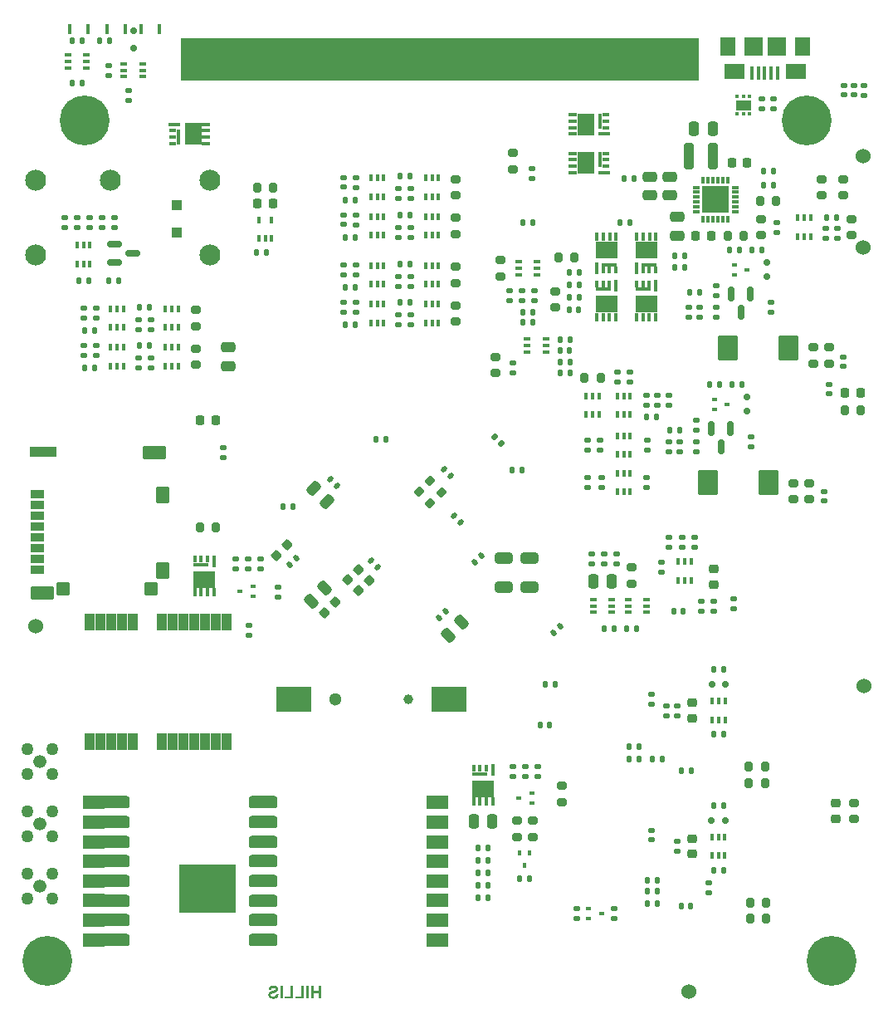
<source format=gbs>
G04 #@! TF.GenerationSoftware,KiCad,Pcbnew,7.0.1*
G04 #@! TF.CreationDate,2023-06-16T12:25:42-04:00*
G04 #@! TF.ProjectId,mainboard,6d61696e-626f-4617-9264-2e6b69636164,C*
G04 #@! TF.SameCoordinates,Original*
G04 #@! TF.FileFunction,Soldermask,Bot*
G04 #@! TF.FilePolarity,Negative*
%FSLAX46Y46*%
G04 Gerber Fmt 4.6, Leading zero omitted, Abs format (unit mm)*
G04 Created by KiCad (PCBNEW 7.0.1) date 2023-06-16 12:25:42*
%MOMM*%
%LPD*%
G01*
G04 APERTURE LIST*
G04 Aperture macros list*
%AMRoundRect*
0 Rectangle with rounded corners*
0 $1 Rounding radius*
0 $2 $3 $4 $5 $6 $7 $8 $9 X,Y pos of 4 corners*
0 Add a 4 corners polygon primitive as box body*
4,1,4,$2,$3,$4,$5,$6,$7,$8,$9,$2,$3,0*
0 Add four circle primitives for the rounded corners*
1,1,$1+$1,$2,$3*
1,1,$1+$1,$4,$5*
1,1,$1+$1,$6,$7*
1,1,$1+$1,$8,$9*
0 Add four rect primitives between the rounded corners*
20,1,$1+$1,$2,$3,$4,$5,0*
20,1,$1+$1,$4,$5,$6,$7,0*
20,1,$1+$1,$6,$7,$8,$9,0*
20,1,$1+$1,$8,$9,$2,$3,0*%
%AMFreePoly0*
4,1,12,0.105238,2.379067,0.194454,2.319454,0.254067,2.230238,0.275000,2.125000,0.275000,-1.400000,-0.275000,-1.400000,-0.275000,2.125000,-0.254067,2.230238,-0.194454,2.319454,-0.105238,2.379067,0.000000,2.400000,0.105238,2.379067,0.105238,2.379067,$1*%
G04 Aperture macros list end*
%ADD10C,0.177800*%
%ADD11C,0.100000*%
%ADD12C,2.133600*%
%ADD13FreePoly0,0.000000*%
%ADD14C,0.700000*%
%ADD15C,1.334000*%
%ADD16C,1.268000*%
%ADD17C,1.524000*%
%ADD18C,5.080000*%
%ADD19RoundRect,0.063500X0.406400X0.812800X-0.406400X0.812800X-0.406400X-0.812800X0.406400X-0.812800X0*%
%ADD20RoundRect,0.135000X0.185000X-0.135000X0.185000X0.135000X-0.185000X0.135000X-0.185000X-0.135000X0*%
%ADD21RoundRect,0.135000X0.135000X0.185000X-0.135000X0.185000X-0.135000X-0.185000X0.135000X-0.185000X0*%
%ADD22RoundRect,0.140000X-0.021213X0.219203X-0.219203X0.021213X0.021213X-0.219203X0.219203X-0.021213X0*%
%ADD23RoundRect,0.250000X-0.159099X0.512652X-0.512652X0.159099X0.159099X-0.512652X0.512652X-0.159099X0*%
%ADD24R,0.750000X0.340000*%
%ADD25R,0.400000X1.640000*%
%ADD26R,1.150000X0.340000*%
%ADD27R,0.850000X0.340000*%
%ADD28R,1.760000X2.290000*%
%ADD29RoundRect,0.135000X-0.135000X-0.185000X0.135000X-0.185000X0.135000X0.185000X-0.135000X0.185000X0*%
%ADD30RoundRect,0.225000X0.335876X0.017678X0.017678X0.335876X-0.335876X-0.017678X-0.017678X-0.335876X0*%
%ADD31RoundRect,0.225000X-0.017678X0.335876X-0.335876X0.017678X0.017678X-0.335876X0.335876X-0.017678X0*%
%ADD32RoundRect,0.200000X-0.335876X-0.053033X-0.053033X-0.335876X0.335876X0.053033X0.053033X0.335876X0*%
%ADD33R,0.800000X0.300000*%
%ADD34R,0.300000X0.800000*%
%ADD35R,2.800000X2.800000*%
%ADD36RoundRect,0.200000X0.200000X0.275000X-0.200000X0.275000X-0.200000X-0.275000X0.200000X-0.275000X0*%
%ADD37RoundRect,0.225000X0.225000X0.250000X-0.225000X0.250000X-0.225000X-0.250000X0.225000X-0.250000X0*%
%ADD38RoundRect,0.250000X-0.475000X0.250000X-0.475000X-0.250000X0.475000X-0.250000X0.475000X0.250000X0*%
%ADD39RoundRect,0.250000X-0.250000X-0.475000X0.250000X-0.475000X0.250000X0.475000X-0.250000X0.475000X0*%
%ADD40RoundRect,0.200000X0.275000X-0.200000X0.275000X0.200000X-0.275000X0.200000X-0.275000X-0.200000X0*%
%ADD41RoundRect,0.250000X0.475000X-0.250000X0.475000X0.250000X-0.475000X0.250000X-0.475000X-0.250000X0*%
%ADD42RoundRect,0.135000X-0.226274X-0.035355X-0.035355X-0.226274X0.226274X0.035355X0.035355X0.226274X0*%
%ADD43RoundRect,0.140000X0.140000X0.170000X-0.140000X0.170000X-0.140000X-0.170000X0.140000X-0.170000X0*%
%ADD44RoundRect,0.250000X0.250000X1.100000X-0.250000X1.100000X-0.250000X-1.100000X0.250000X-1.100000X0*%
%ADD45RoundRect,0.150000X-0.587500X-0.150000X0.587500X-0.150000X0.587500X0.150000X-0.587500X0.150000X0*%
%ADD46RoundRect,0.250000X0.159099X-0.512652X0.512652X-0.159099X-0.159099X0.512652X-0.512652X0.159099X0*%
%ADD47RoundRect,0.140000X-0.170000X0.140000X-0.170000X-0.140000X0.170000X-0.140000X0.170000X0.140000X0*%
%ADD48R,0.370000X1.000000*%
%ADD49RoundRect,0.135000X-0.185000X0.135000X-0.185000X-0.135000X0.185000X-0.135000X0.185000X0.135000X0*%
%ADD50RoundRect,0.140000X0.219203X0.021213X0.021213X0.219203X-0.219203X-0.021213X-0.021213X-0.219203X0*%
%ADD51RoundRect,0.140000X-0.219203X-0.021213X-0.021213X-0.219203X0.219203X0.021213X0.021213X0.219203X0*%
%ADD52RoundRect,0.140000X-0.140000X-0.170000X0.140000X-0.170000X0.140000X0.170000X-0.140000X0.170000X0*%
%ADD53RoundRect,0.140000X0.170000X-0.140000X0.170000X0.140000X-0.170000X0.140000X-0.170000X-0.140000X0*%
%ADD54RoundRect,0.200000X-0.200000X-0.275000X0.200000X-0.275000X0.200000X0.275000X-0.200000X0.275000X0*%
%ADD55RoundRect,0.250000X-0.650000X0.325000X-0.650000X-0.325000X0.650000X-0.325000X0.650000X0.325000X0*%
%ADD56RoundRect,0.250000X0.250000X0.475000X-0.250000X0.475000X-0.250000X-0.475000X0.250000X-0.475000X0*%
%ADD57R,0.650000X0.400000*%
%ADD58RoundRect,0.200000X-0.275000X0.200000X-0.275000X-0.200000X0.275000X-0.200000X0.275000X0.200000X0*%
%ADD59RoundRect,0.225000X0.250000X-0.225000X0.250000X0.225000X-0.250000X0.225000X-0.250000X-0.225000X0*%
%ADD60RoundRect,0.140000X0.021213X-0.219203X0.219203X-0.021213X-0.021213X0.219203X-0.219203X0.021213X0*%
%ADD61R,0.400000X0.650000*%
%ADD62C,1.300000*%
%ADD63C,1.000000*%
%ADD64R,3.600000X2.600000*%
%ADD65RoundRect,0.063500X-0.620000X0.400000X-0.620000X-0.400000X0.620000X-0.400000X0.620000X0.400000X0*%
%ADD66RoundRect,0.063500X-0.600000X0.580000X-0.600000X-0.580000X0.600000X-0.580000X0.600000X0.580000X0*%
%ADD67RoundRect,0.063500X-1.250000X0.475000X-1.250000X-0.475000X1.250000X-0.475000X1.250000X0.475000X0*%
%ADD68RoundRect,0.063500X-1.100000X0.575000X-1.100000X-0.575000X1.100000X-0.575000X1.100000X0.575000X0*%
%ADD69RoundRect,0.063500X-0.575000X0.750000X-0.575000X-0.750000X0.575000X-0.750000X0.575000X0.750000X0*%
%ADD70RoundRect,0.063500X-0.625000X0.580000X-0.625000X-0.580000X0.625000X-0.580000X0.625000X0.580000X0*%
%ADD71RoundRect,0.150000X-0.150000X-0.200000X0.150000X-0.200000X0.150000X0.200000X-0.150000X0.200000X0*%
%ADD72R,0.340000X0.750000*%
%ADD73R,1.640000X0.400000*%
%ADD74R,0.340000X1.150000*%
%ADD75R,0.340000X0.850000*%
%ADD76R,2.290000X1.760000*%
%ADD77RoundRect,0.147500X-0.172500X0.147500X-0.172500X-0.147500X0.172500X-0.147500X0.172500X0.147500X0*%
%ADD78RoundRect,0.317500X1.157500X0.317500X-1.157500X0.317500X-1.157500X-0.317500X1.157500X-0.317500X0*%
%ADD79RoundRect,0.250000X-0.300000X0.300000X-0.300000X-0.300000X0.300000X-0.300000X0.300000X0.300000X0*%
%ADD80R,0.510000X0.400000*%
%ADD81RoundRect,0.101500X0.101500X0.571500X-0.101500X0.571500X-0.101500X-0.571500X0.101500X-0.571500X0*%
%ADD82R,0.406000X1.346000*%
%ADD83R,1.500000X1.905000*%
%ADD84R,2.108000X1.600000*%
%ADD85R,1.905000X1.905000*%
%ADD86RoundRect,0.063500X1.000000X0.650000X-1.000000X0.650000X-1.000000X-0.650000X1.000000X-0.650000X0*%
%ADD87RoundRect,0.063500X2.849999X2.400000X-2.849999X2.400000X-2.849999X-2.400000X2.849999X-2.400000X0*%
%ADD88RoundRect,0.150000X-0.150000X0.587500X-0.150000X-0.587500X0.150000X-0.587500X0.150000X0.587500X0*%
%ADD89RoundRect,0.225000X-0.225000X-0.250000X0.225000X-0.250000X0.225000X0.250000X-0.225000X0.250000X0*%
%ADD90RoundRect,0.250000X-0.787500X-1.025000X0.787500X-1.025000X0.787500X1.025000X-0.787500X1.025000X0*%
%ADD91RoundRect,0.093750X0.106250X-0.093750X0.106250X0.093750X-0.106250X0.093750X-0.106250X-0.093750X0*%
%ADD92R,1.600000X1.000000*%
%ADD93RoundRect,0.250000X-0.512652X-0.159099X-0.159099X-0.512652X0.512652X0.159099X0.159099X0.512652X0*%
%ADD94R,0.400000X0.510000*%
%ADD95RoundRect,0.150000X-0.200000X0.150000X-0.200000X-0.150000X0.200000X-0.150000X0.200000X0.150000X0*%
G04 APERTURE END LIST*
D10*
G36*
X83835508Y-151149050D02*
G01*
X83835508Y-149858666D01*
X83577431Y-149858666D01*
X83577431Y-150374819D01*
X83071204Y-150374819D01*
X83071204Y-149858666D01*
X82813127Y-149858666D01*
X82813127Y-151149050D01*
X83071204Y-151149050D01*
X83071204Y-150593192D01*
X83577431Y-150593192D01*
X83577431Y-151149050D01*
X83835508Y-151149050D01*
G37*
G36*
X82561254Y-151149050D02*
G01*
X82561254Y-149858666D01*
X82303177Y-149858666D01*
X82303177Y-151149050D01*
X82561254Y-151149050D01*
G37*
G36*
X82052545Y-151149050D02*
G01*
X82052545Y-149858666D01*
X81794468Y-149858666D01*
X81794468Y-150930677D01*
X81152378Y-150930677D01*
X81152378Y-151149050D01*
X82052545Y-151149050D01*
G37*
G36*
X80966886Y-151149050D02*
G01*
X80966886Y-149858666D01*
X80708809Y-149858666D01*
X80708809Y-150930677D01*
X80066719Y-150930677D01*
X80066719Y-151149050D01*
X80966886Y-151149050D01*
G37*
G36*
X79896115Y-151149050D02*
G01*
X79896115Y-149858666D01*
X79638038Y-149858666D01*
X79638038Y-151149050D01*
X79896115Y-151149050D01*
G37*
G36*
X79459990Y-150732156D02*
G01*
X79208738Y-150712304D01*
X79205725Y-150727404D01*
X79202350Y-150741995D01*
X79198610Y-150756077D01*
X79194508Y-150769650D01*
X79190041Y-150782715D01*
X79185212Y-150795270D01*
X79180018Y-150807316D01*
X79174462Y-150818854D01*
X79168542Y-150829883D01*
X79158980Y-150845471D01*
X79148600Y-150859915D01*
X79137402Y-150873214D01*
X79125387Y-150885368D01*
X79116922Y-150892834D01*
X79103469Y-150903145D01*
X79089165Y-150912441D01*
X79074010Y-150920724D01*
X79058005Y-150927992D01*
X79041150Y-150934246D01*
X79023444Y-150939486D01*
X79011167Y-150942416D01*
X78998512Y-150944895D01*
X78985479Y-150946923D01*
X78972069Y-150948501D01*
X78958280Y-150949627D01*
X78944113Y-150950304D01*
X78929568Y-150950529D01*
X78914221Y-150950327D01*
X78899354Y-150949720D01*
X78884966Y-150948708D01*
X78871059Y-150947291D01*
X78857631Y-150945470D01*
X78844683Y-150943244D01*
X78832215Y-150940614D01*
X78814412Y-150935909D01*
X78797689Y-150930294D01*
X78782046Y-150923768D01*
X78767482Y-150916332D01*
X78753998Y-150907985D01*
X78741594Y-150898727D01*
X78730285Y-150888804D01*
X78720089Y-150878575D01*
X78711005Y-150868041D01*
X78703034Y-150857201D01*
X78696174Y-150846056D01*
X78690427Y-150834606D01*
X78685793Y-150822850D01*
X78682270Y-150810789D01*
X78679860Y-150798423D01*
X78678563Y-150785751D01*
X78678315Y-150777134D01*
X78678967Y-150763501D01*
X78680920Y-150750519D01*
X78684177Y-150738189D01*
X78688736Y-150726510D01*
X78694597Y-150715482D01*
X78701761Y-150705106D01*
X78704992Y-150701137D01*
X78714290Y-150691544D01*
X78725511Y-150682344D01*
X78735874Y-150675268D01*
X78747467Y-150668444D01*
X78760291Y-150661872D01*
X78774347Y-150655552D01*
X78789633Y-150649484D01*
X78797738Y-150646544D01*
X78810945Y-150642114D01*
X78823223Y-150638270D01*
X78837535Y-150633979D01*
X78853881Y-150629241D01*
X78865908Y-150625834D01*
X78878839Y-150622228D01*
X78892674Y-150618423D01*
X78907413Y-150614420D01*
X78923056Y-150610218D01*
X78939602Y-150605817D01*
X78957053Y-150601217D01*
X78975407Y-150596419D01*
X78994665Y-150591422D01*
X79004634Y-150588849D01*
X79017482Y-150585512D01*
X79030090Y-150582129D01*
X79042455Y-150578702D01*
X79054579Y-150575230D01*
X79078101Y-150568151D01*
X79100656Y-150560893D01*
X79122245Y-150553456D01*
X79142866Y-150545840D01*
X79162521Y-150538044D01*
X79181208Y-150530069D01*
X79198929Y-150521914D01*
X79215683Y-150513580D01*
X79231470Y-150505067D01*
X79246290Y-150496374D01*
X79260143Y-150487502D01*
X79273029Y-150478451D01*
X79284948Y-150469221D01*
X79295901Y-150459811D01*
X79310174Y-150446290D01*
X79323527Y-150432403D01*
X79335958Y-150418150D01*
X79347469Y-150403531D01*
X79358059Y-150388546D01*
X79367729Y-150373196D01*
X79376477Y-150357479D01*
X79384304Y-150341396D01*
X79391211Y-150324948D01*
X79397196Y-150308134D01*
X79402261Y-150290953D01*
X79406405Y-150273407D01*
X79409628Y-150255495D01*
X79411930Y-150237217D01*
X79413312Y-150218573D01*
X79413772Y-150199563D01*
X79413287Y-150181180D01*
X79411831Y-150163020D01*
X79409405Y-150145084D01*
X79406008Y-150127371D01*
X79401640Y-150109882D01*
X79396302Y-150092617D01*
X79389994Y-150075575D01*
X79382715Y-150058757D01*
X79374465Y-150042162D01*
X79368426Y-150031223D01*
X79361956Y-150020383D01*
X79358559Y-150015001D01*
X79351428Y-150004383D01*
X79343917Y-149994087D01*
X79336025Y-149984114D01*
X79327753Y-149974463D01*
X79319100Y-149965134D01*
X79310067Y-149956128D01*
X79300654Y-149947444D01*
X79290860Y-149939082D01*
X79280686Y-149931043D01*
X79270131Y-149923325D01*
X79259195Y-149915931D01*
X79247879Y-149908858D01*
X79236183Y-149902108D01*
X79224106Y-149895680D01*
X79211649Y-149889574D01*
X79198812Y-149883791D01*
X79185578Y-149878344D01*
X79172009Y-149873249D01*
X79158107Y-149868506D01*
X79143869Y-149864113D01*
X79129298Y-149860072D01*
X79114392Y-149856383D01*
X79099151Y-149853045D01*
X79083577Y-149850058D01*
X79067667Y-149847423D01*
X79051424Y-149845139D01*
X79034845Y-149843206D01*
X79017933Y-149841625D01*
X79000686Y-149840395D01*
X78983105Y-149839516D01*
X78965189Y-149838989D01*
X78946939Y-149838814D01*
X78932011Y-149838919D01*
X78917316Y-149839237D01*
X78902853Y-149839765D01*
X78888623Y-149840505D01*
X78874626Y-149841457D01*
X78860861Y-149842619D01*
X78847329Y-149843994D01*
X78834030Y-149845580D01*
X78820963Y-149847377D01*
X78808129Y-149849385D01*
X78795528Y-149851606D01*
X78783159Y-149854037D01*
X78771023Y-149856680D01*
X78747449Y-149862600D01*
X78724805Y-149869366D01*
X78703092Y-149876978D01*
X78682309Y-149885435D01*
X78662457Y-149894739D01*
X78643536Y-149904888D01*
X78625545Y-149915882D01*
X78608484Y-149927723D01*
X78592354Y-149940409D01*
X78584638Y-149947069D01*
X78569852Y-149960884D01*
X78555970Y-149975263D01*
X78542992Y-149990206D01*
X78530918Y-150005714D01*
X78519747Y-150021787D01*
X78509481Y-150038425D01*
X78500118Y-150055627D01*
X78491660Y-150073394D01*
X78484105Y-150091725D01*
X78477454Y-150110621D01*
X78471707Y-150130082D01*
X78466864Y-150150107D01*
X78462925Y-150170697D01*
X78459889Y-150191852D01*
X78457758Y-150213571D01*
X78456531Y-150235855D01*
X78714918Y-150235855D01*
X78718335Y-150218471D01*
X78722424Y-150202031D01*
X78727183Y-150186534D01*
X78732613Y-150171980D01*
X78738713Y-150158370D01*
X78745485Y-150145703D01*
X78752926Y-150133979D01*
X78761039Y-150123198D01*
X78769822Y-150113361D01*
X78779276Y-150104467D01*
X78785951Y-150099062D01*
X78796667Y-150091578D01*
X78808342Y-150084831D01*
X78820978Y-150078819D01*
X78834573Y-150073544D01*
X78849127Y-150069005D01*
X78864642Y-150065201D01*
X78881116Y-150062134D01*
X78898549Y-150059803D01*
X78916942Y-150058209D01*
X78929738Y-150057554D01*
X78942959Y-150057227D01*
X78949730Y-150057186D01*
X78963577Y-150057363D01*
X78977046Y-150057894D01*
X78990137Y-150058778D01*
X79002850Y-150060017D01*
X79015185Y-150061609D01*
X79032978Y-150064660D01*
X79049921Y-150068508D01*
X79066013Y-150073152D01*
X79081255Y-150078592D01*
X79095646Y-150084828D01*
X79109186Y-150091860D01*
X79121876Y-150099688D01*
X79125917Y-150102474D01*
X79137713Y-150112070D01*
X79147509Y-150122636D01*
X79155306Y-150134171D01*
X79161104Y-150146676D01*
X79164903Y-150160149D01*
X79166702Y-150174593D01*
X79166862Y-150180641D01*
X79165923Y-150194192D01*
X79163106Y-150207122D01*
X79158411Y-150219431D01*
X79151837Y-150231120D01*
X79143386Y-150242187D01*
X79133056Y-150252633D01*
X79128399Y-150256637D01*
X79118038Y-150264250D01*
X79105218Y-150271966D01*
X79089939Y-150279786D01*
X79078387Y-150285057D01*
X79065742Y-150290374D01*
X79052004Y-150295737D01*
X79037173Y-150301146D01*
X79021250Y-150306600D01*
X79004233Y-150312101D01*
X78986123Y-150317649D01*
X78966921Y-150323242D01*
X78946625Y-150328881D01*
X78925237Y-150334566D01*
X78902755Y-150340297D01*
X78891105Y-150343180D01*
X78867914Y-150348926D01*
X78845492Y-150354686D01*
X78823839Y-150360461D01*
X78802953Y-150366250D01*
X78782836Y-150372054D01*
X78763486Y-150377873D01*
X78744905Y-150383706D01*
X78727093Y-150389553D01*
X78710048Y-150395415D01*
X78693771Y-150401292D01*
X78678263Y-150407183D01*
X78663523Y-150413089D01*
X78649551Y-150419009D01*
X78636348Y-150424944D01*
X78623912Y-150430893D01*
X78612245Y-150436857D01*
X78601116Y-150442965D01*
X78590295Y-150449347D01*
X78579781Y-150456003D01*
X78564587Y-150466500D01*
X78550086Y-150477613D01*
X78536278Y-150489342D01*
X78523162Y-150501687D01*
X78510738Y-150514649D01*
X78499007Y-150528227D01*
X78487968Y-150542421D01*
X78477622Y-150557231D01*
X78471110Y-150567446D01*
X78461963Y-150583316D01*
X78453716Y-150599867D01*
X78448718Y-150611280D01*
X78444119Y-150622995D01*
X78439921Y-150635014D01*
X78436122Y-150647335D01*
X78432724Y-150659960D01*
X78429725Y-150672887D01*
X78427126Y-150686118D01*
X78424927Y-150699651D01*
X78423127Y-150713487D01*
X78421728Y-150727626D01*
X78420728Y-150742068D01*
X78420128Y-150756813D01*
X78419928Y-150771860D01*
X78420167Y-150785609D01*
X78420883Y-150799249D01*
X78422077Y-150812780D01*
X78423748Y-150826202D01*
X78425896Y-150839514D01*
X78428522Y-150852718D01*
X78431625Y-150865812D01*
X78435205Y-150878798D01*
X78439263Y-150891674D01*
X78443798Y-150904442D01*
X78448811Y-150917100D01*
X78454301Y-150929649D01*
X78460269Y-150942090D01*
X78466714Y-150954421D01*
X78473636Y-150966643D01*
X78481036Y-150978756D01*
X78488871Y-150990621D01*
X78497102Y-151002098D01*
X78505728Y-151013187D01*
X78514749Y-151023888D01*
X78524165Y-151034202D01*
X78533976Y-151044128D01*
X78544182Y-151053667D01*
X78554783Y-151062817D01*
X78565779Y-151071580D01*
X78577170Y-151079955D01*
X78588956Y-151087942D01*
X78601137Y-151095542D01*
X78613713Y-151102754D01*
X78626684Y-151109578D01*
X78640050Y-151116014D01*
X78653811Y-151122063D01*
X78667983Y-151127735D01*
X78682585Y-151133041D01*
X78697616Y-151137981D01*
X78713076Y-151142555D01*
X78728965Y-151146763D01*
X78745282Y-151150605D01*
X78762029Y-151154082D01*
X78779204Y-151157192D01*
X78796809Y-151159936D01*
X78814842Y-151162315D01*
X78833304Y-151164327D01*
X78852195Y-151165974D01*
X78871516Y-151167255D01*
X78891265Y-151168170D01*
X78911443Y-151168719D01*
X78932050Y-151168902D01*
X78947100Y-151168793D01*
X78961931Y-151168467D01*
X78976541Y-151167923D01*
X78990932Y-151167162D01*
X79005103Y-151166183D01*
X79019054Y-151164987D01*
X79032785Y-151163573D01*
X79046296Y-151161942D01*
X79059587Y-151160093D01*
X79072658Y-151158027D01*
X79085509Y-151155743D01*
X79098141Y-151153242D01*
X79110552Y-151150523D01*
X79122744Y-151147587D01*
X79146467Y-151141062D01*
X79169311Y-151133667D01*
X79191275Y-151125402D01*
X79212359Y-151116268D01*
X79232564Y-151106263D01*
X79251889Y-151095388D01*
X79270334Y-151083643D01*
X79287900Y-151071029D01*
X79304586Y-151057544D01*
X79320424Y-151043187D01*
X79335445Y-151028032D01*
X79349649Y-151012081D01*
X79363037Y-150995332D01*
X79375608Y-150977786D01*
X79387362Y-150959442D01*
X79398300Y-150940301D01*
X79408421Y-150920363D01*
X79417726Y-150899628D01*
X79426214Y-150878095D01*
X79433885Y-150855765D01*
X79440739Y-150832638D01*
X79446777Y-150808713D01*
X79449490Y-150796452D01*
X79451998Y-150783992D01*
X79454302Y-150771332D01*
X79456402Y-150758473D01*
X79458298Y-150745414D01*
X79459990Y-150732156D01*
G37*
D11*
X122283811Y-57437160D02*
X69483811Y-57437160D01*
X69483811Y-53237160D01*
X122283811Y-53237160D01*
X122283811Y-57437160D01*
G36*
X122283811Y-57437160D02*
G01*
X69483811Y-57437160D01*
X69483811Y-53237160D01*
X122283811Y-53237160D01*
X122283811Y-57437160D01*
G37*
D12*
X72478900Y-67691000D03*
X72478900Y-75311000D03*
X62318900Y-67691000D03*
X54698900Y-75311000D03*
X54698900Y-67691000D03*
D13*
X70683811Y-55837160D03*
X71483811Y-55837160D03*
X72283811Y-55837160D03*
X73083811Y-55837160D03*
X73883811Y-55837160D03*
X74683811Y-55837160D03*
X75483811Y-55837160D03*
X76283811Y-55837160D03*
X77083811Y-55837160D03*
X77883811Y-55837160D03*
X78683811Y-55837160D03*
X79483811Y-55837160D03*
X80283811Y-55837160D03*
X81083811Y-55837160D03*
X81883811Y-55837160D03*
X82683811Y-55837160D03*
X83483811Y-55837160D03*
X84283811Y-55837160D03*
X85083811Y-55837160D03*
X85883811Y-55837160D03*
X86683811Y-55837160D03*
X87483811Y-55837160D03*
X88283811Y-55837160D03*
X89083811Y-55837160D03*
X89883811Y-55837160D03*
X90683811Y-55837160D03*
X91483811Y-55837160D03*
X92283811Y-55837160D03*
X93083811Y-55837160D03*
X93883811Y-55837160D03*
X94683811Y-55837160D03*
X95483811Y-55837160D03*
X99483811Y-55837160D03*
X100283811Y-55837160D03*
X101083811Y-55837160D03*
X101883811Y-55837160D03*
X102683811Y-55837160D03*
X103483811Y-55837160D03*
X104283811Y-55837160D03*
X105083811Y-55837160D03*
X105883811Y-55837160D03*
X106683811Y-55837160D03*
X107483811Y-55837160D03*
X108283811Y-55837160D03*
X109083811Y-55837160D03*
X109883811Y-55837160D03*
X110683811Y-55837160D03*
X111483811Y-55837160D03*
X112283811Y-55837160D03*
X113083811Y-55837160D03*
X113883811Y-55837160D03*
X114683811Y-55837160D03*
X115483811Y-55837160D03*
X116283811Y-55837160D03*
X117083811Y-55837160D03*
X117883811Y-55837160D03*
X118683811Y-55837160D03*
X119483811Y-55837160D03*
X120283811Y-55837160D03*
X121083811Y-55837160D03*
D14*
X64643000Y-52474172D03*
X64643000Y-54274172D03*
D15*
X55118000Y-139700000D03*
D16*
X53848000Y-140970000D03*
X56388000Y-140970000D03*
X53848000Y-138430000D03*
X56388000Y-138430000D03*
D17*
X139192000Y-119253000D03*
X139065000Y-65278000D03*
D18*
X135890000Y-147320000D03*
D17*
X121285000Y-150456900D03*
D15*
X55118000Y-133350000D03*
D16*
X53848000Y-134620000D03*
X56388000Y-134620000D03*
X53848000Y-132080000D03*
X56388000Y-132080000D03*
D17*
X54648100Y-113157000D03*
D18*
X133350000Y-61595000D03*
D17*
X139065000Y-74549000D03*
D18*
X59690000Y-61595000D03*
D15*
X55118000Y-127000000D03*
D16*
X53848000Y-128270000D03*
X56388000Y-128270000D03*
X53848000Y-125730000D03*
X56388000Y-125730000D03*
D18*
X55880000Y-147320000D03*
D19*
X74168000Y-124976000D03*
X73068000Y-124976000D03*
X71968000Y-124976000D03*
X70868000Y-124976000D03*
X69768000Y-124976000D03*
X68668000Y-124976000D03*
X67568000Y-124976000D03*
X64568000Y-124976000D03*
X63468000Y-124976000D03*
X62368000Y-124976000D03*
X61268000Y-124976000D03*
X60168000Y-124976000D03*
X60168000Y-112776000D03*
X61268000Y-112776000D03*
X62368000Y-112776000D03*
X63468000Y-112776000D03*
X64568000Y-112776000D03*
X67568000Y-112776000D03*
X68668000Y-112776000D03*
X69768000Y-112776000D03*
X70868000Y-112776000D03*
X71968000Y-112776000D03*
X73068000Y-112776000D03*
X74168000Y-112776000D03*
D20*
X61468000Y-72519000D03*
X61468000Y-71499000D03*
D21*
X63121000Y-77978000D03*
X62101000Y-77978000D03*
D22*
X100161411Y-105959589D03*
X99482589Y-106638411D03*
D23*
X98080751Y-112739249D03*
X96737249Y-114082751D03*
D24*
X68644000Y-63967000D03*
X68644000Y-63317000D03*
D25*
X69219000Y-63317000D03*
D24*
X68644000Y-62667000D03*
D26*
X68844000Y-62017000D03*
D27*
X72044000Y-63967000D03*
X72044000Y-63327000D03*
D28*
X70739000Y-62992000D03*
D27*
X72044000Y-62667000D03*
X72044000Y-62017000D03*
D20*
X57658000Y-72519000D03*
X57658000Y-71499000D03*
X58928000Y-72519000D03*
X58928000Y-71499000D03*
D29*
X79881000Y-100965000D03*
X80901000Y-100965000D03*
D30*
X87608378Y-109575638D03*
X86512362Y-108479622D03*
D22*
X96478411Y-111674589D03*
X95799589Y-112353411D03*
D31*
X85257008Y-110703992D03*
X84160992Y-111800008D03*
D32*
X94920637Y-98349637D03*
X96087363Y-99516363D03*
D33*
X126038498Y-68443105D03*
X126038498Y-68943105D03*
X126038498Y-69443105D03*
X126038498Y-69943105D03*
X126038498Y-70443105D03*
X126038498Y-70943105D03*
D34*
X125288498Y-71693105D03*
X124788498Y-71693105D03*
X124288498Y-71693105D03*
X123788498Y-71693105D03*
X123288498Y-71693105D03*
X122788498Y-71693105D03*
D33*
X122038498Y-70943105D03*
X122038498Y-70443105D03*
X122038498Y-69943105D03*
X122038498Y-69443105D03*
X122038498Y-68943105D03*
X122038498Y-68443105D03*
D34*
X122788498Y-67693105D03*
X123288498Y-67693105D03*
X123788498Y-67693105D03*
X124288498Y-67693105D03*
X124788498Y-67693105D03*
X125288498Y-67693105D03*
D35*
X124038498Y-69693105D03*
D36*
X126936000Y-73406000D03*
X125286000Y-73406000D03*
D37*
X123584000Y-73406000D03*
X122034000Y-73406000D03*
D38*
X119380000Y-67376000D03*
X119380000Y-69276000D03*
D39*
X121836002Y-62447895D03*
X123736002Y-62447895D03*
D40*
X128684000Y-73342000D03*
X128684000Y-71692000D03*
D37*
X127267000Y-65972000D03*
X125717000Y-65972000D03*
D36*
X130238000Y-69850000D03*
X128588000Y-69850000D03*
D41*
X120109000Y-73385000D03*
X120109000Y-71485000D03*
D42*
X101493376Y-93873376D03*
X102214624Y-94594624D03*
D43*
X104280000Y-97282000D03*
X103320000Y-97282000D03*
D30*
X88686008Y-108498008D03*
X87589992Y-107401992D03*
D20*
X130302000Y-73027000D03*
X130302000Y-72007000D03*
D38*
X117348000Y-67376000D03*
X117348000Y-69276000D03*
D44*
X123755000Y-65278000D03*
X121355000Y-65278000D03*
D32*
X93777637Y-99492637D03*
X94944363Y-100659363D03*
D45*
X62689500Y-76134000D03*
X62689500Y-74234000D03*
X64564500Y-75184000D03*
D20*
X62738000Y-72519000D03*
X62738000Y-71499000D03*
D29*
X59053000Y-77978000D03*
X60073000Y-77978000D03*
D46*
X82767249Y-110653751D03*
X84110751Y-109310249D03*
D20*
X79375000Y-110238000D03*
X79375000Y-109218000D03*
X60198000Y-72519000D03*
X60198000Y-71499000D03*
D47*
X137160000Y-58067000D03*
X137160000Y-59027000D03*
X138176000Y-58067000D03*
X138176000Y-59027000D03*
D48*
X59985000Y-52324000D03*
X58125000Y-52324000D03*
X63795000Y-52324000D03*
X61935000Y-52324000D03*
X67274800Y-52324000D03*
X65414800Y-52324000D03*
D49*
X139192000Y-58037000D03*
X139192000Y-59057000D03*
D21*
X59438000Y-53467000D03*
X58418000Y-53467000D03*
X62232000Y-53467000D03*
X61212000Y-53467000D03*
D20*
X64135000Y-59565000D03*
X64135000Y-58545000D03*
D50*
X98002411Y-102574411D03*
X97323589Y-101895589D03*
D51*
X96307589Y-97196589D03*
X96986411Y-97875411D03*
D52*
X89436000Y-94107000D03*
X90396000Y-94107000D03*
D51*
X84750589Y-98212589D03*
X85429411Y-98891411D03*
D22*
X81238411Y-106213589D03*
X80559589Y-106892411D03*
D50*
X89555043Y-107211779D03*
X88876221Y-106532957D03*
D49*
X87376001Y-80179000D03*
X87376001Y-81199000D03*
D53*
X59563000Y-85570002D03*
X59563000Y-84610002D03*
D29*
X117600000Y-126746000D03*
X118620000Y-126746000D03*
D52*
X120551000Y-141728000D03*
X121511000Y-141728000D03*
D40*
X133604000Y-100266000D03*
X133604000Y-98616000D03*
D54*
X127445000Y-129159000D03*
X129095000Y-129159000D03*
D55*
X102429000Y-106221000D03*
X102429000Y-109171000D03*
D56*
X101280000Y-133096000D03*
X99380000Y-133096000D03*
D57*
X105852000Y-76058000D03*
X105852000Y-76708000D03*
X105852000Y-77358000D03*
X103952000Y-77358000D03*
X103952000Y-76708000D03*
X103952000Y-76058000D03*
D53*
X86106000Y-72235000D03*
X86106000Y-71275000D03*
D20*
X105918000Y-128526000D03*
X105918000Y-127506000D03*
D49*
X116967000Y-98042000D03*
X116967000Y-99062000D03*
X87376000Y-67435000D03*
X87376000Y-68455000D03*
D52*
X104422000Y-72009000D03*
X105382000Y-72009000D03*
D20*
X110998000Y-99062000D03*
X110998000Y-98042000D03*
D37*
X73038000Y-92202000D03*
X71488000Y-92202000D03*
D20*
X124079000Y-79504000D03*
X124079000Y-78484000D03*
D49*
X105281000Y-66544000D03*
X105281000Y-67564000D03*
D20*
X66421001Y-82933001D03*
X66421001Y-81913001D03*
D58*
X107696000Y-79058000D03*
X107696000Y-80708000D03*
D49*
X120650000Y-104138000D03*
X120650000Y-105158000D03*
D47*
X117499602Y-120170000D03*
X117499602Y-121130000D03*
D59*
X123890000Y-108920000D03*
X123890000Y-107370000D03*
D60*
X107483589Y-113839411D03*
X108162411Y-113160589D03*
D61*
X95773000Y-69403001D03*
X95123000Y-69403001D03*
X94473000Y-69403001D03*
X94473000Y-67503001D03*
X95123000Y-67503001D03*
X95773000Y-67503001D03*
D21*
X122430000Y-79121000D03*
X121410000Y-79121000D03*
D58*
X103759000Y-133033000D03*
X103759000Y-134683000D03*
D62*
X85226000Y-120650000D03*
D63*
X92716000Y-120650000D03*
D64*
X81026000Y-120650000D03*
X96816000Y-120650000D03*
D29*
X114943000Y-113411000D03*
X115963000Y-113411000D03*
D65*
X54859000Y-99716000D03*
X54859000Y-100816000D03*
X54859000Y-101916000D03*
X54859000Y-103016000D03*
X54859000Y-104116000D03*
X54859000Y-105216000D03*
X54859000Y-106316000D03*
X54859000Y-107416000D03*
D66*
X66489000Y-109356000D03*
D67*
X55489000Y-95371000D03*
D68*
X55339000Y-109761000D03*
X66819000Y-95471000D03*
D69*
X67614000Y-99776000D03*
X67614000Y-107556000D03*
D70*
X57489000Y-109356000D03*
D71*
X125033000Y-132965000D03*
X123633000Y-132965000D03*
D20*
X111389000Y-106809000D03*
X111389000Y-105789000D03*
D29*
X123823000Y-138045000D03*
X124843000Y-138045000D03*
D72*
X115992000Y-78274000D03*
X116642000Y-78274000D03*
D73*
X116642000Y-78849000D03*
D72*
X117292000Y-78274000D03*
D74*
X117942000Y-78474000D03*
D75*
X115992000Y-81674000D03*
X116632000Y-81674000D03*
D76*
X116967000Y-80369000D03*
D75*
X117292000Y-81674000D03*
X117942000Y-81674000D03*
D36*
X129222000Y-141351000D03*
X127572000Y-141351000D03*
D77*
X128778000Y-59459000D03*
X128778000Y-60429000D03*
D29*
X115187000Y-125475999D03*
X116207000Y-125475999D03*
D49*
X121920000Y-104138000D03*
X121920000Y-105158000D03*
D78*
X77883000Y-131176000D03*
X77883000Y-133176000D03*
X77883000Y-135176000D03*
X77883000Y-137176000D03*
X77883000Y-139176000D03*
X77883000Y-141176000D03*
X77883000Y-143176000D03*
X77883000Y-145176000D03*
X62833000Y-145176000D03*
X62833000Y-143176000D03*
X62833000Y-141176000D03*
X62833000Y-139176000D03*
X62833000Y-137176000D03*
X62833000Y-135176000D03*
X62833000Y-133176000D03*
X62833000Y-131176000D03*
D29*
X86231001Y-82467000D03*
X87251001Y-82467000D03*
D49*
X76327000Y-106297000D03*
X76327000Y-107317000D03*
X60833000Y-84580002D03*
X60833000Y-85600002D03*
D24*
X112876000Y-64997000D03*
X112876000Y-65647000D03*
D25*
X112301000Y-65647000D03*
D24*
X112876000Y-66297000D03*
D26*
X112676000Y-66947000D03*
D27*
X109476000Y-64997000D03*
X109476000Y-65637000D03*
D28*
X110781000Y-65972000D03*
D27*
X109476000Y-66297000D03*
X109476000Y-66947000D03*
D29*
X59688000Y-86868002D03*
X60708000Y-86868002D03*
D40*
X108331000Y-131127000D03*
X108331000Y-129477000D03*
D47*
X117475000Y-134009000D03*
X117475000Y-134969000D03*
D49*
X105537000Y-78991999D03*
X105537000Y-80011999D03*
D79*
X69088000Y-70228000D03*
X69088000Y-73028000D03*
D57*
X65593000Y-55865000D03*
X65593000Y-56515000D03*
X65593000Y-57165000D03*
X63693000Y-57165000D03*
X63693000Y-56515000D03*
X63693000Y-55865000D03*
D21*
X105414000Y-82171000D03*
X104394000Y-82171000D03*
D54*
X137224000Y-91186000D03*
X138874000Y-91186000D03*
D20*
X92964001Y-78532000D03*
X92964001Y-77512000D03*
D80*
X76845000Y-109101000D03*
X76845000Y-110101000D03*
X75555000Y-109601000D03*
D61*
X90185001Y-82274000D03*
X89535001Y-82274000D03*
X88885001Y-82274000D03*
X88885001Y-80374000D03*
X89535001Y-80374000D03*
X90185001Y-80374000D03*
D77*
X129921000Y-59459000D03*
X129921000Y-60429000D03*
D81*
X127764000Y-56769000D03*
D82*
X128414000Y-56769000D03*
X129064000Y-56769000D03*
X129714000Y-56769000D03*
X130364000Y-56769000D03*
D83*
X125263000Y-54102000D03*
D84*
X125965000Y-56602000D03*
D85*
X127889000Y-54102000D03*
X130289000Y-54102000D03*
D84*
X132213000Y-56602000D03*
D83*
X132915000Y-54102000D03*
D29*
X116965000Y-91821000D03*
X117985000Y-91821000D03*
D59*
X136271000Y-132792000D03*
X136271000Y-131242000D03*
D86*
X60632000Y-145168000D03*
X60632000Y-143168000D03*
X60632000Y-141168000D03*
X60632000Y-139168000D03*
X60632000Y-137168000D03*
X60632000Y-135168000D03*
X60632000Y-133168000D03*
X60632000Y-131168000D03*
X95632000Y-131168000D03*
X95632000Y-133168000D03*
X95632000Y-135168000D03*
X95632000Y-137168000D03*
X95632000Y-139168000D03*
X95632000Y-141168000D03*
X95632000Y-143168000D03*
X95632000Y-145168000D03*
D87*
X72199500Y-139918000D03*
D52*
X109121000Y-80899000D03*
X110081000Y-80899000D03*
D40*
X137033000Y-69278000D03*
X137033000Y-67628000D03*
D61*
X114031000Y-97602000D03*
X114681000Y-97602000D03*
X115331000Y-97602000D03*
X115331000Y-99502000D03*
X114681000Y-99502000D03*
X114031000Y-99502000D03*
D49*
X87376000Y-71245000D03*
X87376000Y-72265000D03*
D29*
X108201999Y-83947000D03*
X109221999Y-83947000D03*
D61*
X114031000Y-93792000D03*
X114681000Y-93792000D03*
X115331000Y-93792000D03*
X115331000Y-95692000D03*
X114681000Y-95692000D03*
X114031000Y-95692000D03*
D20*
X103378000Y-87377999D03*
X103378000Y-86357999D03*
D40*
X102108000Y-77533000D03*
X102108000Y-75883000D03*
D21*
X100840000Y-139573000D03*
X99820000Y-139573000D03*
D61*
X90185000Y-69403000D03*
X89535000Y-69403000D03*
X88885000Y-69403000D03*
X88885000Y-67503000D03*
X89535000Y-67503000D03*
X90185000Y-67503000D03*
D88*
X123637000Y-93042500D03*
X125537000Y-93042500D03*
X124587000Y-94917500D03*
D58*
X133985000Y-84773000D03*
X133985000Y-86423000D03*
D20*
X66421000Y-86870000D03*
X66421000Y-85850000D03*
D40*
X134874000Y-69278000D03*
X134874000Y-67628000D03*
D80*
X111115000Y-142994000D03*
X111115000Y-141994000D03*
X112405000Y-142494000D03*
D53*
X86106000Y-77359000D03*
X86106000Y-76399000D03*
D20*
X120396000Y-95381000D03*
X120396000Y-94361000D03*
D49*
X112659000Y-105789000D03*
X112659000Y-106809000D03*
X91693999Y-68578000D03*
X91693999Y-69598000D03*
D58*
X115453000Y-107189000D03*
X115453000Y-108839000D03*
D29*
X108202001Y-87376000D03*
X109222001Y-87376000D03*
D49*
X91694000Y-81449001D03*
X91694000Y-82469001D03*
D58*
X101600000Y-85726000D03*
X101600000Y-87376000D03*
D61*
X112156000Y-91628000D03*
X111506000Y-91628000D03*
X110856000Y-91628000D03*
X110856000Y-89728000D03*
X111506000Y-89728000D03*
X112156000Y-89728000D03*
D21*
X124462000Y-88519000D03*
X123442000Y-88519000D03*
X120906001Y-75438000D03*
X119886001Y-75438000D03*
D29*
X91819001Y-76244000D03*
X92839001Y-76244000D03*
D49*
X122555000Y-110615000D03*
X122555000Y-111635000D03*
X91694000Y-77512000D03*
X91694000Y-78532000D03*
D58*
X137922000Y-71692000D03*
X137922000Y-73342000D03*
D49*
X60833000Y-80770000D03*
X60833000Y-81790000D03*
D57*
X117038000Y-110475000D03*
X117038000Y-111125000D03*
X117038000Y-111775000D03*
X115138000Y-111775000D03*
X115138000Y-111125000D03*
X115138000Y-110475000D03*
D58*
X131953000Y-98616000D03*
X131953000Y-100266000D03*
D89*
X77330000Y-70104000D03*
X78880000Y-70104000D03*
D21*
X59438000Y-57785000D03*
X58418000Y-57785000D03*
D90*
X125284500Y-84836000D03*
X131509500Y-84836000D03*
D59*
X121666000Y-136407000D03*
X121666000Y-134857000D03*
D54*
X127572000Y-143002000D03*
X129222000Y-143002000D03*
D21*
X120398000Y-93218000D03*
X119378000Y-93218000D03*
D36*
X112331000Y-87884000D03*
X110681000Y-87884000D03*
D49*
X115316000Y-87247001D03*
X115316000Y-88267001D03*
D29*
X86231000Y-69723000D03*
X87251000Y-69723000D03*
D21*
X100840000Y-140843000D03*
X99820000Y-140843000D03*
D58*
X97535999Y-71565000D03*
X97535999Y-73215000D03*
X70993000Y-80963000D03*
X70993000Y-82613000D03*
D53*
X125866000Y-111375000D03*
X125866000Y-110415000D03*
D29*
X109091000Y-78359000D03*
X110111000Y-78359000D03*
D20*
X92964000Y-69598000D03*
X92964000Y-68578000D03*
D47*
X135255000Y-72674000D03*
X135255000Y-73634000D03*
D91*
X127523000Y-60958500D03*
X126873000Y-60958500D03*
X126223000Y-60958500D03*
X126223000Y-59183500D03*
X126873000Y-59183500D03*
X127523000Y-59183500D03*
D92*
X126873000Y-60071000D03*
D53*
X86106000Y-68425000D03*
X86106000Y-67465000D03*
D61*
X90185001Y-78337000D03*
X89535001Y-78337000D03*
X88885001Y-78337000D03*
X88885001Y-76437000D03*
X89535001Y-76437000D03*
X90185001Y-76437000D03*
D58*
X70992999Y-84900002D03*
X70992999Y-86550002D03*
D72*
X70907000Y-106352000D03*
X71557000Y-106352000D03*
D73*
X71557000Y-106927000D03*
D72*
X72207000Y-106352000D03*
D74*
X72857000Y-106552000D03*
D75*
X70907000Y-109752000D03*
X71547000Y-109752000D03*
D76*
X71882000Y-108447000D03*
D75*
X72207000Y-109752000D03*
X72857000Y-109752000D03*
D21*
X100840000Y-138303000D03*
X99820000Y-138303000D03*
D20*
X110998000Y-95252000D03*
X110998000Y-94232000D03*
D29*
X114679000Y-67564000D03*
X115699000Y-67564000D03*
D20*
X118080000Y-90650000D03*
X118080000Y-89630000D03*
D29*
X91819001Y-80181000D03*
X92839001Y-80181000D03*
D41*
X74295000Y-86675000D03*
X74295000Y-84775000D03*
D29*
X117092000Y-139065000D03*
X118112000Y-139065000D03*
X115187000Y-126746000D03*
X116207000Y-126746000D03*
D20*
X77597000Y-107317000D03*
X77597000Y-106297000D03*
D39*
X111582000Y-108585000D03*
X113482000Y-108585000D03*
D49*
X76454000Y-113092000D03*
X76454000Y-114112000D03*
D58*
X97536000Y-67628000D03*
X97536000Y-69278000D03*
D61*
X63641999Y-86675000D03*
X62991999Y-86675000D03*
X62341999Y-86675000D03*
X62341999Y-84775000D03*
X62991999Y-84775000D03*
X63641999Y-84775000D03*
D80*
X125974000Y-77335000D03*
X125974000Y-76335000D03*
X127264000Y-76835000D03*
D29*
X123847602Y-124206000D03*
X124867602Y-124206000D03*
D93*
X83021249Y-99150249D03*
X84364751Y-100493751D03*
D61*
X95773001Y-82274000D03*
X95123001Y-82274000D03*
X94473001Y-82274000D03*
X94473001Y-80374000D03*
X95123001Y-80374000D03*
X95773001Y-80374000D03*
D29*
X127760000Y-74803000D03*
X128780000Y-74803000D03*
D53*
X135636000Y-89507000D03*
X135636000Y-88547000D03*
D20*
X112395000Y-99062000D03*
X112395000Y-98042000D03*
D40*
X105409999Y-134683000D03*
X105409999Y-133033000D03*
D29*
X128903000Y-66802000D03*
X129923000Y-66802000D03*
X117092000Y-140208000D03*
X118112000Y-140208000D03*
D49*
X118491000Y-106678000D03*
X118491000Y-107698000D03*
X91693999Y-72515001D03*
X91693999Y-73535001D03*
D61*
X115331000Y-91628000D03*
X114681000Y-91628000D03*
X114031000Y-91628000D03*
X114031000Y-89728000D03*
X114681000Y-89728000D03*
X115331000Y-89728000D03*
D49*
X62103000Y-56005000D03*
X62103000Y-57025000D03*
D20*
X119253000Y-95379000D03*
X119253000Y-94359000D03*
D94*
X104021000Y-136261000D03*
X105021000Y-136261000D03*
X104521000Y-137551000D03*
D88*
X125669000Y-79326500D03*
X127569000Y-79326500D03*
X126619000Y-81201500D03*
D31*
X80304008Y-104861992D03*
X79207992Y-105958008D03*
D29*
X123823000Y-131441000D03*
X124843000Y-131441000D03*
D20*
X123317000Y-140337000D03*
X123317000Y-139317000D03*
D72*
X113878000Y-76898000D03*
X113228000Y-76898000D03*
D73*
X113228000Y-76323000D03*
D72*
X112578000Y-76898000D03*
D74*
X111928000Y-76698000D03*
D75*
X113878000Y-73498000D03*
X113238000Y-73498000D03*
D76*
X112903000Y-74803000D03*
D75*
X112578000Y-73498000D03*
X111928000Y-73498000D03*
D54*
X108014000Y-75565000D03*
X109664000Y-75565000D03*
D29*
X125728000Y-88519000D03*
X126748000Y-88519000D03*
D52*
X119798000Y-111662000D03*
X120758000Y-111662000D03*
D49*
X112270001Y-94232000D03*
X112270001Y-95252000D03*
D52*
X114328000Y-72009000D03*
X115288000Y-72009000D03*
D20*
X92964000Y-73535000D03*
X92964000Y-72515000D03*
D29*
X65276000Y-80645000D03*
X66296000Y-80645000D03*
D49*
X87376001Y-76369000D03*
X87376001Y-77389000D03*
D58*
X103378000Y-64961000D03*
X103378000Y-66611000D03*
D29*
X99820000Y-135763000D03*
X100840000Y-135763000D03*
D49*
X117096002Y-94232000D03*
X117096002Y-95252000D03*
D29*
X108202001Y-86233000D03*
X109222001Y-86233000D03*
D37*
X138824000Y-89408000D03*
X137274000Y-89408000D03*
D24*
X112876001Y-61060000D03*
X112876001Y-61710000D03*
D25*
X112301001Y-61710000D03*
D24*
X112876001Y-62360000D03*
D26*
X112676001Y-63010000D03*
D27*
X109476001Y-61060000D03*
X109476001Y-61700000D03*
D28*
X110781001Y-62035000D03*
D27*
X109476001Y-62360000D03*
X109476001Y-63010000D03*
D61*
X78755000Y-73660000D03*
X78105000Y-73660000D03*
X77455000Y-73660000D03*
X77455000Y-71760000D03*
X78755000Y-71760000D03*
D49*
X136495000Y-72614000D03*
X136495000Y-73634000D03*
D21*
X126494000Y-74803000D03*
X125474000Y-74803000D03*
D61*
X63642000Y-82738002D03*
X62992000Y-82738002D03*
X62342000Y-82738002D03*
X62342000Y-80838002D03*
X62992000Y-80838002D03*
X63642000Y-80838002D03*
D47*
X116967000Y-89690000D03*
X116967000Y-90650000D03*
D80*
X123942000Y-91051000D03*
X123942000Y-90051000D03*
X125232000Y-90551000D03*
D61*
X90185000Y-73340000D03*
X89535000Y-73340000D03*
X88885000Y-73340000D03*
X88885000Y-71440000D03*
X89535000Y-71440000D03*
X90185000Y-71440000D03*
D57*
X57978000Y-56276000D03*
X57978000Y-55626000D03*
X57978000Y-54976000D03*
X59878000Y-54976000D03*
X59878000Y-55626000D03*
X59878000Y-56276000D03*
D53*
X135128000Y-100429000D03*
X135128000Y-99469000D03*
D61*
X58913000Y-74361000D03*
X59563000Y-74361000D03*
X60213000Y-74361000D03*
X60213000Y-76261000D03*
X59563000Y-76261000D03*
X58913000Y-76261000D03*
D29*
X91819000Y-67310000D03*
X92839000Y-67310000D03*
D36*
X78930001Y-68453000D03*
X77280001Y-68453000D03*
D49*
X65151001Y-85850001D03*
X65151001Y-86870001D03*
D61*
X95773000Y-73340000D03*
X95123000Y-73340000D03*
X94473000Y-73340000D03*
X94473000Y-71440000D03*
X95123000Y-71440000D03*
X95773000Y-71440000D03*
D21*
X120906000Y-76581000D03*
X119886000Y-76581000D03*
D49*
X103378000Y-127506000D03*
X103378000Y-128526000D03*
D61*
X120254000Y-106617000D03*
X120904000Y-106617000D03*
X121554000Y-106617000D03*
X121554000Y-108517000D03*
X120904000Y-108517000D03*
X120254000Y-108517000D03*
D58*
X138176000Y-131192000D03*
X138176000Y-132842000D03*
D29*
X128903000Y-68199000D03*
X129923000Y-68199000D03*
D21*
X105031000Y-138938000D03*
X104011000Y-138938000D03*
D20*
X114046000Y-88267000D03*
X114046000Y-87247000D03*
D95*
X127254000Y-91251000D03*
X127254000Y-89851000D03*
X129286000Y-77535000D03*
X129286000Y-76135000D03*
D61*
X69230000Y-86675002D03*
X68580000Y-86675002D03*
X67930000Y-86675002D03*
X67930000Y-84775002D03*
X68580000Y-84775002D03*
X69230000Y-84775002D03*
D29*
X112657000Y-113411000D03*
X113677000Y-113411000D03*
D20*
X121285000Y-81663000D03*
X121285000Y-80643000D03*
D29*
X91819000Y-71247000D03*
X92839000Y-71247000D03*
X86231000Y-73533000D03*
X87251000Y-73533000D03*
X99820000Y-137033000D03*
X100840000Y-137033000D03*
X135380000Y-71501000D03*
X136400000Y-71501000D03*
D43*
X107130000Y-123258000D03*
X106170000Y-123258000D03*
D59*
X121690602Y-122568000D03*
X121690602Y-121018000D03*
D20*
X122428000Y-81665000D03*
X122428000Y-80645000D03*
D58*
X97536000Y-80499000D03*
X97536000Y-82149000D03*
D61*
X123683000Y-134682000D03*
X124333000Y-134682000D03*
X124983000Y-134682000D03*
X124983000Y-136582000D03*
X124333000Y-136582000D03*
X123683000Y-136582000D03*
D36*
X129095000Y-127508000D03*
X127445000Y-127508000D03*
D20*
X92964001Y-82469000D03*
X92964001Y-81449000D03*
D29*
X117092000Y-141478000D03*
X118112000Y-141478000D03*
D71*
X125057602Y-119126000D03*
X123657602Y-119126000D03*
D29*
X65276000Y-84582001D03*
X66296000Y-84582001D03*
D20*
X120142000Y-136142000D03*
X120142000Y-135122000D03*
X119253000Y-90678000D03*
X119253000Y-89658000D03*
D90*
X123252500Y-98552000D03*
X129477500Y-98552000D03*
D72*
X111928000Y-78274000D03*
X112578000Y-78274000D03*
D73*
X112578000Y-78849000D03*
D72*
X113228000Y-78274000D03*
D74*
X113878000Y-78474000D03*
D75*
X111928000Y-81674000D03*
X112568000Y-81674000D03*
D76*
X112903000Y-80369000D03*
D75*
X113228000Y-81674000D03*
X113878000Y-81674000D03*
D49*
X118999000Y-121283000D03*
X118999000Y-122303000D03*
X65151000Y-81913000D03*
X65151000Y-82933000D03*
X109855001Y-141984000D03*
X109855001Y-143004000D03*
D53*
X59563000Y-81760001D03*
X59563000Y-80800001D03*
D72*
X117942000Y-76898000D03*
X117292000Y-76898000D03*
D73*
X117292000Y-76323000D03*
D72*
X116642000Y-76898000D03*
D74*
X115992000Y-76698000D03*
D75*
X117942000Y-73498000D03*
X117302000Y-73498000D03*
D76*
X116967000Y-74803000D03*
D75*
X116642000Y-73498000D03*
X115992000Y-73498000D03*
D53*
X137033000Y-86713000D03*
X137033000Y-85753000D03*
X86106000Y-81169000D03*
X86106000Y-80209000D03*
D29*
X109091000Y-79629000D03*
X110111000Y-79629000D03*
D61*
X69230000Y-82738000D03*
X68580000Y-82738000D03*
X67930000Y-82738000D03*
X67930000Y-80838000D03*
X68580000Y-80838000D03*
X69230000Y-80838000D03*
D72*
X99355000Y-127664000D03*
X100005000Y-127664000D03*
D73*
X100005000Y-128239000D03*
D72*
X100655000Y-127664000D03*
D74*
X101305000Y-127864000D03*
D75*
X99355000Y-131064000D03*
X99995000Y-131064000D03*
D76*
X100330000Y-129759000D03*
D75*
X100655000Y-131064000D03*
X101305000Y-131064000D03*
D20*
X124079000Y-81663000D03*
X124079000Y-80643000D03*
D57*
X104841001Y-85232000D03*
X104841001Y-84582000D03*
X104841001Y-83932000D03*
X106741001Y-83932000D03*
X106741001Y-84582000D03*
X106741001Y-85232000D03*
D43*
X107668000Y-119126000D03*
X106708000Y-119126000D03*
D29*
X104392000Y-81153000D03*
X105412000Y-81153000D03*
X123847602Y-117602000D03*
X124867602Y-117602000D03*
X59688000Y-83058002D03*
X60708000Y-83058002D03*
D61*
X123707602Y-120843000D03*
X124357602Y-120843000D03*
X125007602Y-120843000D03*
X125007602Y-122743000D03*
X124357602Y-122743000D03*
X123707602Y-122743000D03*
D80*
X105293000Y-130183000D03*
X105293000Y-131183000D03*
X104003000Y-130683000D03*
D40*
X135636000Y-86423000D03*
X135636000Y-84773000D03*
D52*
X108204000Y-85090000D03*
X109164000Y-85090000D03*
D29*
X109089001Y-77087000D03*
X110109001Y-77087000D03*
D57*
X113482000Y-110475000D03*
X113482000Y-111125000D03*
X113482000Y-111775000D03*
X111582000Y-111775000D03*
X111582000Y-111125000D03*
X111582000Y-110475000D03*
D54*
X71438000Y-103124000D03*
X73088000Y-103124000D03*
D20*
X122047000Y-95379000D03*
X122047000Y-94359000D03*
D55*
X105029000Y-106221000D03*
X105029000Y-109171000D03*
D20*
X122047000Y-93220000D03*
X122047000Y-92200000D03*
X120166602Y-122303000D03*
X120166602Y-121283000D03*
D49*
X104648000Y-127506000D03*
X104648000Y-128526000D03*
X123890000Y-110635000D03*
X123890000Y-111655000D03*
X113929000Y-105789000D03*
X113929000Y-106809000D03*
D47*
X104267000Y-79022000D03*
X104267000Y-79982000D03*
D58*
X97536001Y-76562000D03*
X97536001Y-78212000D03*
D52*
X77244000Y-75057000D03*
X78204000Y-75057000D03*
D20*
X102997000Y-80011999D03*
X102997000Y-78991999D03*
X129667000Y-81155000D03*
X129667000Y-80135000D03*
D49*
X75057000Y-106297000D03*
X75057000Y-107317000D03*
D61*
X95773001Y-78337001D03*
X95123001Y-78337001D03*
X94473001Y-78337001D03*
X94473001Y-76437001D03*
X95123001Y-76437001D03*
X95773001Y-76437001D03*
D20*
X127635000Y-94871000D03*
X127635000Y-93851000D03*
D52*
X120575602Y-127889000D03*
X121535602Y-127889000D03*
D61*
X132446000Y-71567000D03*
X133096000Y-71567000D03*
X133746000Y-71567000D03*
X133746000Y-73467000D03*
X133096000Y-73467000D03*
X132446000Y-73467000D03*
D20*
X113664999Y-143004000D03*
X113664999Y-141984000D03*
D29*
X86231001Y-78657000D03*
X87251001Y-78657000D03*
D20*
X119253000Y-105158000D03*
X119253000Y-104138000D03*
D53*
X73787000Y-95984000D03*
X73787000Y-95024000D03*
M02*

</source>
